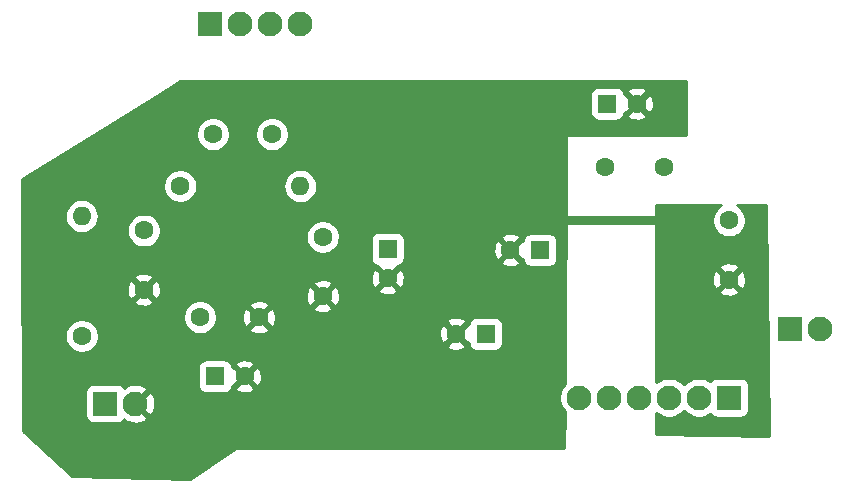
<source format=gbl>
G04 #@! TF.GenerationSoftware,KiCad,Pcbnew,(5.1.2)-1*
G04 #@! TF.CreationDate,2019-12-18T16:16:50-05:00*
G04 #@! TF.ProjectId,adcBoard,61646342-6f61-4726-942e-6b696361645f,rev?*
G04 #@! TF.SameCoordinates,Original*
G04 #@! TF.FileFunction,Copper,L2,Bot*
G04 #@! TF.FilePolarity,Positive*
%FSLAX46Y46*%
G04 Gerber Fmt 4.6, Leading zero omitted, Abs format (unit mm)*
G04 Created by KiCad (PCBNEW (5.1.2)-1) date 2019-12-18 16:16:50*
%MOMM*%
%LPD*%
G04 APERTURE LIST*
%ADD10R,1.600000X1.600000*%
%ADD11C,1.600000*%
%ADD12R,2.100000X2.100000*%
%ADD13C,2.100000*%
%ADD14O,1.600000X1.600000*%
%ADD15C,0.800000*%
%ADD16C,0.800000*%
%ADD17C,0.254000*%
G04 APERTURE END LIST*
D10*
X97900000Y-108300000D03*
D11*
X97900000Y-110800000D03*
X92400000Y-107300000D03*
X92400000Y-112300000D03*
X77250000Y-111750000D03*
X77250000Y-106750000D03*
X85800000Y-119100000D03*
D10*
X83300000Y-119100000D03*
D11*
X87000000Y-114100000D03*
X82000000Y-114100000D03*
X83100000Y-98600000D03*
X88100000Y-98600000D03*
X108300000Y-108400000D03*
D10*
X110800000Y-108400000D03*
X106200000Y-115500000D03*
D11*
X103700000Y-115500000D03*
X126800000Y-105900000D03*
X126800000Y-110900000D03*
X121300000Y-101400000D03*
X116300000Y-101400000D03*
D10*
X116500000Y-96000000D03*
D11*
X119000000Y-96000000D03*
D12*
X74000000Y-121400000D03*
D13*
X76540000Y-121400000D03*
X114100000Y-120900000D03*
X116640000Y-120900000D03*
X119180000Y-120900000D03*
X121720000Y-120900000D03*
X124260000Y-120900000D03*
D12*
X126800000Y-120900000D03*
D14*
X72000000Y-105540000D03*
D11*
X72000000Y-115700000D03*
X80340000Y-103000000D03*
D14*
X90500000Y-103000000D03*
D12*
X132000000Y-115100000D03*
D13*
X134540000Y-115100000D03*
D12*
X82900000Y-89300000D03*
D13*
X85440000Y-89300000D03*
X87980000Y-89300000D03*
X90520000Y-89300000D03*
D15*
X89400000Y-119100000D03*
X110600000Y-104500000D03*
X100900000Y-115500000D03*
X97900000Y-113600000D03*
X70600000Y-121400000D03*
X126800000Y-113900000D03*
X128100000Y-115700000D03*
X122800000Y-107000000D03*
X122300000Y-96000000D03*
D16*
X112400000Y-105900000D02*
X122100000Y-105900000D01*
D17*
G36*
X126120273Y-104628320D02*
G01*
X125885241Y-104785363D01*
X125685363Y-104985241D01*
X125528320Y-105220273D01*
X125420147Y-105481426D01*
X125365000Y-105758665D01*
X125365000Y-106041335D01*
X125420147Y-106318574D01*
X125528320Y-106579727D01*
X125685363Y-106814759D01*
X125885241Y-107014637D01*
X126120273Y-107171680D01*
X126381426Y-107279853D01*
X126658665Y-107335000D01*
X126941335Y-107335000D01*
X127218574Y-107279853D01*
X127479727Y-107171680D01*
X127714759Y-107014637D01*
X127914637Y-106814759D01*
X128071680Y-106579727D01*
X128179853Y-106318574D01*
X128235000Y-106041335D01*
X128235000Y-105758665D01*
X128179853Y-105481426D01*
X128071680Y-105220273D01*
X127914637Y-104985241D01*
X127714759Y-104785363D01*
X127479727Y-104628320D01*
X127476540Y-104627000D01*
X129974276Y-104627000D01*
X130171683Y-124170354D01*
X120627000Y-123975565D01*
X120627000Y-122189950D01*
X120645875Y-122208825D01*
X120921853Y-122393228D01*
X121228504Y-122520246D01*
X121554042Y-122585000D01*
X121885958Y-122585000D01*
X122211496Y-122520246D01*
X122518147Y-122393228D01*
X122794125Y-122208825D01*
X122990000Y-122012950D01*
X123185875Y-122208825D01*
X123461853Y-122393228D01*
X123768504Y-122520246D01*
X124094042Y-122585000D01*
X124425958Y-122585000D01*
X124751496Y-122520246D01*
X125058147Y-122393228D01*
X125211958Y-122290454D01*
X125219463Y-122304494D01*
X125298815Y-122401185D01*
X125395506Y-122480537D01*
X125505820Y-122539502D01*
X125625518Y-122575812D01*
X125750000Y-122588072D01*
X127850000Y-122588072D01*
X127974482Y-122575812D01*
X128094180Y-122539502D01*
X128204494Y-122480537D01*
X128301185Y-122401185D01*
X128380537Y-122304494D01*
X128439502Y-122194180D01*
X128475812Y-122074482D01*
X128488072Y-121950000D01*
X128488072Y-119850000D01*
X128475812Y-119725518D01*
X128439502Y-119605820D01*
X128380537Y-119495506D01*
X128301185Y-119398815D01*
X128204494Y-119319463D01*
X128094180Y-119260498D01*
X127974482Y-119224188D01*
X127850000Y-119211928D01*
X125750000Y-119211928D01*
X125625518Y-119224188D01*
X125505820Y-119260498D01*
X125395506Y-119319463D01*
X125298815Y-119398815D01*
X125219463Y-119495506D01*
X125211958Y-119509546D01*
X125058147Y-119406772D01*
X124751496Y-119279754D01*
X124425958Y-119215000D01*
X124094042Y-119215000D01*
X123768504Y-119279754D01*
X123461853Y-119406772D01*
X123185875Y-119591175D01*
X122990000Y-119787050D01*
X122794125Y-119591175D01*
X122518147Y-119406772D01*
X122211496Y-119279754D01*
X121885958Y-119215000D01*
X121554042Y-119215000D01*
X121228504Y-119279754D01*
X120921853Y-119406772D01*
X120645875Y-119591175D01*
X120627000Y-119610050D01*
X120627000Y-111892702D01*
X125986903Y-111892702D01*
X126058486Y-112136671D01*
X126313996Y-112257571D01*
X126588184Y-112326300D01*
X126870512Y-112340217D01*
X127150130Y-112298787D01*
X127416292Y-112203603D01*
X127541514Y-112136671D01*
X127613097Y-111892702D01*
X126800000Y-111079605D01*
X125986903Y-111892702D01*
X120627000Y-111892702D01*
X120627000Y-110970512D01*
X125359783Y-110970512D01*
X125401213Y-111250130D01*
X125496397Y-111516292D01*
X125563329Y-111641514D01*
X125807298Y-111713097D01*
X126620395Y-110900000D01*
X126979605Y-110900000D01*
X127792702Y-111713097D01*
X128036671Y-111641514D01*
X128157571Y-111386004D01*
X128226300Y-111111816D01*
X128240217Y-110829488D01*
X128198787Y-110549870D01*
X128103603Y-110283708D01*
X128036671Y-110158486D01*
X127792702Y-110086903D01*
X126979605Y-110900000D01*
X126620395Y-110900000D01*
X125807298Y-110086903D01*
X125563329Y-110158486D01*
X125442429Y-110413996D01*
X125373700Y-110688184D01*
X125359783Y-110970512D01*
X120627000Y-110970512D01*
X120627000Y-109907298D01*
X125986903Y-109907298D01*
X126800000Y-110720395D01*
X127613097Y-109907298D01*
X127541514Y-109663329D01*
X127286004Y-109542429D01*
X127011816Y-109473700D01*
X126729488Y-109459783D01*
X126449870Y-109501213D01*
X126183708Y-109596397D01*
X126058486Y-109663329D01*
X125986903Y-109907298D01*
X120627000Y-109907298D01*
X120627000Y-104627000D01*
X126123460Y-104627000D01*
X126120273Y-104628320D01*
X126120273Y-104628320D01*
G37*
X126120273Y-104628320D02*
X125885241Y-104785363D01*
X125685363Y-104985241D01*
X125528320Y-105220273D01*
X125420147Y-105481426D01*
X125365000Y-105758665D01*
X125365000Y-106041335D01*
X125420147Y-106318574D01*
X125528320Y-106579727D01*
X125685363Y-106814759D01*
X125885241Y-107014637D01*
X126120273Y-107171680D01*
X126381426Y-107279853D01*
X126658665Y-107335000D01*
X126941335Y-107335000D01*
X127218574Y-107279853D01*
X127479727Y-107171680D01*
X127714759Y-107014637D01*
X127914637Y-106814759D01*
X128071680Y-106579727D01*
X128179853Y-106318574D01*
X128235000Y-106041335D01*
X128235000Y-105758665D01*
X128179853Y-105481426D01*
X128071680Y-105220273D01*
X127914637Y-104985241D01*
X127714759Y-104785363D01*
X127479727Y-104628320D01*
X127476540Y-104627000D01*
X129974276Y-104627000D01*
X130171683Y-124170354D01*
X120627000Y-123975565D01*
X120627000Y-122189950D01*
X120645875Y-122208825D01*
X120921853Y-122393228D01*
X121228504Y-122520246D01*
X121554042Y-122585000D01*
X121885958Y-122585000D01*
X122211496Y-122520246D01*
X122518147Y-122393228D01*
X122794125Y-122208825D01*
X122990000Y-122012950D01*
X123185875Y-122208825D01*
X123461853Y-122393228D01*
X123768504Y-122520246D01*
X124094042Y-122585000D01*
X124425958Y-122585000D01*
X124751496Y-122520246D01*
X125058147Y-122393228D01*
X125211958Y-122290454D01*
X125219463Y-122304494D01*
X125298815Y-122401185D01*
X125395506Y-122480537D01*
X125505820Y-122539502D01*
X125625518Y-122575812D01*
X125750000Y-122588072D01*
X127850000Y-122588072D01*
X127974482Y-122575812D01*
X128094180Y-122539502D01*
X128204494Y-122480537D01*
X128301185Y-122401185D01*
X128380537Y-122304494D01*
X128439502Y-122194180D01*
X128475812Y-122074482D01*
X128488072Y-121950000D01*
X128488072Y-119850000D01*
X128475812Y-119725518D01*
X128439502Y-119605820D01*
X128380537Y-119495506D01*
X128301185Y-119398815D01*
X128204494Y-119319463D01*
X128094180Y-119260498D01*
X127974482Y-119224188D01*
X127850000Y-119211928D01*
X125750000Y-119211928D01*
X125625518Y-119224188D01*
X125505820Y-119260498D01*
X125395506Y-119319463D01*
X125298815Y-119398815D01*
X125219463Y-119495506D01*
X125211958Y-119509546D01*
X125058147Y-119406772D01*
X124751496Y-119279754D01*
X124425958Y-119215000D01*
X124094042Y-119215000D01*
X123768504Y-119279754D01*
X123461853Y-119406772D01*
X123185875Y-119591175D01*
X122990000Y-119787050D01*
X122794125Y-119591175D01*
X122518147Y-119406772D01*
X122211496Y-119279754D01*
X121885958Y-119215000D01*
X121554042Y-119215000D01*
X121228504Y-119279754D01*
X120921853Y-119406772D01*
X120645875Y-119591175D01*
X120627000Y-119610050D01*
X120627000Y-111892702D01*
X125986903Y-111892702D01*
X126058486Y-112136671D01*
X126313996Y-112257571D01*
X126588184Y-112326300D01*
X126870512Y-112340217D01*
X127150130Y-112298787D01*
X127416292Y-112203603D01*
X127541514Y-112136671D01*
X127613097Y-111892702D01*
X126800000Y-111079605D01*
X125986903Y-111892702D01*
X120627000Y-111892702D01*
X120627000Y-110970512D01*
X125359783Y-110970512D01*
X125401213Y-111250130D01*
X125496397Y-111516292D01*
X125563329Y-111641514D01*
X125807298Y-111713097D01*
X126620395Y-110900000D01*
X126979605Y-110900000D01*
X127792702Y-111713097D01*
X128036671Y-111641514D01*
X128157571Y-111386004D01*
X128226300Y-111111816D01*
X128240217Y-110829488D01*
X128198787Y-110549870D01*
X128103603Y-110283708D01*
X128036671Y-110158486D01*
X127792702Y-110086903D01*
X126979605Y-110900000D01*
X126620395Y-110900000D01*
X125807298Y-110086903D01*
X125563329Y-110158486D01*
X125442429Y-110413996D01*
X125373700Y-110688184D01*
X125359783Y-110970512D01*
X120627000Y-110970512D01*
X120627000Y-109907298D01*
X125986903Y-109907298D01*
X126800000Y-110720395D01*
X127613097Y-109907298D01*
X127541514Y-109663329D01*
X127286004Y-109542429D01*
X127011816Y-109473700D01*
X126729488Y-109459783D01*
X126449870Y-109501213D01*
X126183708Y-109596397D01*
X126058486Y-109663329D01*
X125986903Y-109907298D01*
X120627000Y-109907298D01*
X120627000Y-104627000D01*
X126123460Y-104627000D01*
X126120273Y-104628320D01*
G36*
X123173000Y-98673000D02*
G01*
X113100000Y-98673000D01*
X113075224Y-98675440D01*
X113051399Y-98682667D01*
X113029443Y-98694403D01*
X113010197Y-98710197D01*
X112994403Y-98729443D01*
X112982667Y-98751399D01*
X112975440Y-98775224D01*
X112973001Y-98799521D01*
X112894044Y-119723006D01*
X112791175Y-119825875D01*
X112606772Y-120101853D01*
X112479754Y-120408504D01*
X112415000Y-120734042D01*
X112415000Y-121065958D01*
X112479754Y-121391496D01*
X112606772Y-121698147D01*
X112791175Y-121974125D01*
X112885194Y-122068144D01*
X112873478Y-125173000D01*
X85100000Y-125173000D01*
X85075224Y-125175440D01*
X85051399Y-125182667D01*
X85029553Y-125194330D01*
X81162693Y-127772236D01*
X71150931Y-127573984D01*
X67026743Y-123744381D01*
X67010956Y-120350000D01*
X72311928Y-120350000D01*
X72311928Y-122450000D01*
X72324188Y-122574482D01*
X72360498Y-122694180D01*
X72419463Y-122804494D01*
X72498815Y-122901185D01*
X72595506Y-122980537D01*
X72705820Y-123039502D01*
X72825518Y-123075812D01*
X72950000Y-123088072D01*
X75050000Y-123088072D01*
X75174482Y-123075812D01*
X75294180Y-123039502D01*
X75404494Y-122980537D01*
X75501185Y-122901185D01*
X75580537Y-122804494D01*
X75613451Y-122742918D01*
X75650339Y-122840579D01*
X75948477Y-122986463D01*
X76269346Y-123071380D01*
X76600617Y-123092066D01*
X76929557Y-123047728D01*
X77243527Y-122940069D01*
X77429661Y-122840579D01*
X77531461Y-122571066D01*
X76540000Y-121579605D01*
X76525858Y-121593748D01*
X76346253Y-121414143D01*
X76360395Y-121400000D01*
X76719605Y-121400000D01*
X77711066Y-122391461D01*
X77980579Y-122289661D01*
X78126463Y-121991523D01*
X78211380Y-121670654D01*
X78232066Y-121339383D01*
X78187728Y-121010443D01*
X78080069Y-120696473D01*
X77980579Y-120510339D01*
X77711066Y-120408539D01*
X76719605Y-121400000D01*
X76360395Y-121400000D01*
X76346253Y-121385858D01*
X76525858Y-121206253D01*
X76540000Y-121220395D01*
X77531461Y-120228934D01*
X77429661Y-119959421D01*
X77131523Y-119813537D01*
X76810654Y-119728620D01*
X76479383Y-119707934D01*
X76150443Y-119752272D01*
X75836473Y-119859931D01*
X75650339Y-119959421D01*
X75613451Y-120057082D01*
X75580537Y-119995506D01*
X75501185Y-119898815D01*
X75404494Y-119819463D01*
X75294180Y-119760498D01*
X75174482Y-119724188D01*
X75050000Y-119711928D01*
X72950000Y-119711928D01*
X72825518Y-119724188D01*
X72705820Y-119760498D01*
X72595506Y-119819463D01*
X72498815Y-119898815D01*
X72419463Y-119995506D01*
X72360498Y-120105820D01*
X72324188Y-120225518D01*
X72311928Y-120350000D01*
X67010956Y-120350000D01*
X67001422Y-118300000D01*
X81861928Y-118300000D01*
X81861928Y-119900000D01*
X81874188Y-120024482D01*
X81910498Y-120144180D01*
X81969463Y-120254494D01*
X82048815Y-120351185D01*
X82145506Y-120430537D01*
X82255820Y-120489502D01*
X82375518Y-120525812D01*
X82500000Y-120538072D01*
X84100000Y-120538072D01*
X84224482Y-120525812D01*
X84344180Y-120489502D01*
X84454494Y-120430537D01*
X84551185Y-120351185D01*
X84630537Y-120254494D01*
X84689502Y-120144180D01*
X84705117Y-120092702D01*
X84986903Y-120092702D01*
X85058486Y-120336671D01*
X85313996Y-120457571D01*
X85588184Y-120526300D01*
X85870512Y-120540217D01*
X86150130Y-120498787D01*
X86416292Y-120403603D01*
X86541514Y-120336671D01*
X86613097Y-120092702D01*
X85800000Y-119279605D01*
X84986903Y-120092702D01*
X84705117Y-120092702D01*
X84725812Y-120024482D01*
X84738072Y-119900000D01*
X84738072Y-119892785D01*
X84807298Y-119913097D01*
X85620395Y-119100000D01*
X85979605Y-119100000D01*
X86792702Y-119913097D01*
X87036671Y-119841514D01*
X87157571Y-119586004D01*
X87226300Y-119311816D01*
X87240217Y-119029488D01*
X87198787Y-118749870D01*
X87103603Y-118483708D01*
X87036671Y-118358486D01*
X86792702Y-118286903D01*
X85979605Y-119100000D01*
X85620395Y-119100000D01*
X84807298Y-118286903D01*
X84738072Y-118307215D01*
X84738072Y-118300000D01*
X84725812Y-118175518D01*
X84705118Y-118107298D01*
X84986903Y-118107298D01*
X85800000Y-118920395D01*
X86613097Y-118107298D01*
X86541514Y-117863329D01*
X86286004Y-117742429D01*
X86011816Y-117673700D01*
X85729488Y-117659783D01*
X85449870Y-117701213D01*
X85183708Y-117796397D01*
X85058486Y-117863329D01*
X84986903Y-118107298D01*
X84705118Y-118107298D01*
X84689502Y-118055820D01*
X84630537Y-117945506D01*
X84551185Y-117848815D01*
X84454494Y-117769463D01*
X84344180Y-117710498D01*
X84224482Y-117674188D01*
X84100000Y-117661928D01*
X82500000Y-117661928D01*
X82375518Y-117674188D01*
X82255820Y-117710498D01*
X82145506Y-117769463D01*
X82048815Y-117848815D01*
X81969463Y-117945506D01*
X81910498Y-118055820D01*
X81874188Y-118175518D01*
X81861928Y-118300000D01*
X67001422Y-118300000D01*
X66988671Y-115558665D01*
X70565000Y-115558665D01*
X70565000Y-115841335D01*
X70620147Y-116118574D01*
X70728320Y-116379727D01*
X70885363Y-116614759D01*
X71085241Y-116814637D01*
X71320273Y-116971680D01*
X71581426Y-117079853D01*
X71858665Y-117135000D01*
X72141335Y-117135000D01*
X72418574Y-117079853D01*
X72679727Y-116971680D01*
X72914759Y-116814637D01*
X73114637Y-116614759D01*
X73196192Y-116492702D01*
X102886903Y-116492702D01*
X102958486Y-116736671D01*
X103213996Y-116857571D01*
X103488184Y-116926300D01*
X103770512Y-116940217D01*
X104050130Y-116898787D01*
X104316292Y-116803603D01*
X104441514Y-116736671D01*
X104513097Y-116492702D01*
X103700000Y-115679605D01*
X102886903Y-116492702D01*
X73196192Y-116492702D01*
X73271680Y-116379727D01*
X73379853Y-116118574D01*
X73435000Y-115841335D01*
X73435000Y-115570512D01*
X102259783Y-115570512D01*
X102301213Y-115850130D01*
X102396397Y-116116292D01*
X102463329Y-116241514D01*
X102707298Y-116313097D01*
X103520395Y-115500000D01*
X103879605Y-115500000D01*
X104692702Y-116313097D01*
X104761928Y-116292785D01*
X104761928Y-116300000D01*
X104774188Y-116424482D01*
X104810498Y-116544180D01*
X104869463Y-116654494D01*
X104948815Y-116751185D01*
X105045506Y-116830537D01*
X105155820Y-116889502D01*
X105275518Y-116925812D01*
X105400000Y-116938072D01*
X107000000Y-116938072D01*
X107124482Y-116925812D01*
X107244180Y-116889502D01*
X107354494Y-116830537D01*
X107451185Y-116751185D01*
X107530537Y-116654494D01*
X107589502Y-116544180D01*
X107625812Y-116424482D01*
X107638072Y-116300000D01*
X107638072Y-114700000D01*
X107625812Y-114575518D01*
X107589502Y-114455820D01*
X107530537Y-114345506D01*
X107451185Y-114248815D01*
X107354494Y-114169463D01*
X107244180Y-114110498D01*
X107124482Y-114074188D01*
X107000000Y-114061928D01*
X105400000Y-114061928D01*
X105275518Y-114074188D01*
X105155820Y-114110498D01*
X105045506Y-114169463D01*
X104948815Y-114248815D01*
X104869463Y-114345506D01*
X104810498Y-114455820D01*
X104774188Y-114575518D01*
X104761928Y-114700000D01*
X104761928Y-114707215D01*
X104692702Y-114686903D01*
X103879605Y-115500000D01*
X103520395Y-115500000D01*
X102707298Y-114686903D01*
X102463329Y-114758486D01*
X102342429Y-115013996D01*
X102273700Y-115288184D01*
X102259783Y-115570512D01*
X73435000Y-115570512D01*
X73435000Y-115558665D01*
X73379853Y-115281426D01*
X73271680Y-115020273D01*
X73114637Y-114785241D01*
X72914759Y-114585363D01*
X72679727Y-114428320D01*
X72418574Y-114320147D01*
X72141335Y-114265000D01*
X71858665Y-114265000D01*
X71581426Y-114320147D01*
X71320273Y-114428320D01*
X71085241Y-114585363D01*
X70885363Y-114785241D01*
X70728320Y-115020273D01*
X70620147Y-115281426D01*
X70565000Y-115558665D01*
X66988671Y-115558665D01*
X66981230Y-113958665D01*
X80565000Y-113958665D01*
X80565000Y-114241335D01*
X80620147Y-114518574D01*
X80728320Y-114779727D01*
X80885363Y-115014759D01*
X81085241Y-115214637D01*
X81320273Y-115371680D01*
X81581426Y-115479853D01*
X81858665Y-115535000D01*
X82141335Y-115535000D01*
X82418574Y-115479853D01*
X82679727Y-115371680D01*
X82914759Y-115214637D01*
X83036694Y-115092702D01*
X86186903Y-115092702D01*
X86258486Y-115336671D01*
X86513996Y-115457571D01*
X86788184Y-115526300D01*
X87070512Y-115540217D01*
X87350130Y-115498787D01*
X87616292Y-115403603D01*
X87741514Y-115336671D01*
X87813097Y-115092702D01*
X87000000Y-114279605D01*
X86186903Y-115092702D01*
X83036694Y-115092702D01*
X83114637Y-115014759D01*
X83271680Y-114779727D01*
X83379853Y-114518574D01*
X83435000Y-114241335D01*
X83435000Y-114170512D01*
X85559783Y-114170512D01*
X85601213Y-114450130D01*
X85696397Y-114716292D01*
X85763329Y-114841514D01*
X86007298Y-114913097D01*
X86820395Y-114100000D01*
X87179605Y-114100000D01*
X87992702Y-114913097D01*
X88236671Y-114841514D01*
X88357571Y-114586004D01*
X88377299Y-114507298D01*
X102886903Y-114507298D01*
X103700000Y-115320395D01*
X104513097Y-114507298D01*
X104441514Y-114263329D01*
X104186004Y-114142429D01*
X103911816Y-114073700D01*
X103629488Y-114059783D01*
X103349870Y-114101213D01*
X103083708Y-114196397D01*
X102958486Y-114263329D01*
X102886903Y-114507298D01*
X88377299Y-114507298D01*
X88426300Y-114311816D01*
X88440217Y-114029488D01*
X88398787Y-113749870D01*
X88303603Y-113483708D01*
X88236671Y-113358486D01*
X88012467Y-113292702D01*
X91586903Y-113292702D01*
X91658486Y-113536671D01*
X91913996Y-113657571D01*
X92188184Y-113726300D01*
X92470512Y-113740217D01*
X92750130Y-113698787D01*
X93016292Y-113603603D01*
X93141514Y-113536671D01*
X93213097Y-113292702D01*
X92400000Y-112479605D01*
X91586903Y-113292702D01*
X88012467Y-113292702D01*
X87992702Y-113286903D01*
X87179605Y-114100000D01*
X86820395Y-114100000D01*
X86007298Y-113286903D01*
X85763329Y-113358486D01*
X85642429Y-113613996D01*
X85573700Y-113888184D01*
X85559783Y-114170512D01*
X83435000Y-114170512D01*
X83435000Y-113958665D01*
X83379853Y-113681426D01*
X83271680Y-113420273D01*
X83114637Y-113185241D01*
X83036694Y-113107298D01*
X86186903Y-113107298D01*
X87000000Y-113920395D01*
X87813097Y-113107298D01*
X87741514Y-112863329D01*
X87486004Y-112742429D01*
X87211816Y-112673700D01*
X86929488Y-112659783D01*
X86649870Y-112701213D01*
X86383708Y-112796397D01*
X86258486Y-112863329D01*
X86186903Y-113107298D01*
X83036694Y-113107298D01*
X82914759Y-112985363D01*
X82679727Y-112828320D01*
X82418574Y-112720147D01*
X82141335Y-112665000D01*
X81858665Y-112665000D01*
X81581426Y-112720147D01*
X81320273Y-112828320D01*
X81085241Y-112985363D01*
X80885363Y-113185241D01*
X80728320Y-113420273D01*
X80620147Y-113681426D01*
X80565000Y-113958665D01*
X66981230Y-113958665D01*
X66975575Y-112742702D01*
X76436903Y-112742702D01*
X76508486Y-112986671D01*
X76763996Y-113107571D01*
X77038184Y-113176300D01*
X77320512Y-113190217D01*
X77600130Y-113148787D01*
X77866292Y-113053603D01*
X77991514Y-112986671D01*
X78063097Y-112742702D01*
X77250000Y-111929605D01*
X76436903Y-112742702D01*
X66975575Y-112742702D01*
X66971285Y-111820512D01*
X75809783Y-111820512D01*
X75851213Y-112100130D01*
X75946397Y-112366292D01*
X76013329Y-112491514D01*
X76257298Y-112563097D01*
X77070395Y-111750000D01*
X77429605Y-111750000D01*
X78242702Y-112563097D01*
X78486671Y-112491514D01*
X78543925Y-112370512D01*
X90959783Y-112370512D01*
X91001213Y-112650130D01*
X91096397Y-112916292D01*
X91163329Y-113041514D01*
X91407298Y-113113097D01*
X92220395Y-112300000D01*
X92579605Y-112300000D01*
X93392702Y-113113097D01*
X93636671Y-113041514D01*
X93757571Y-112786004D01*
X93826300Y-112511816D01*
X93840217Y-112229488D01*
X93798787Y-111949870D01*
X93742582Y-111792702D01*
X97086903Y-111792702D01*
X97158486Y-112036671D01*
X97413996Y-112157571D01*
X97688184Y-112226300D01*
X97970512Y-112240217D01*
X98250130Y-112198787D01*
X98516292Y-112103603D01*
X98641514Y-112036671D01*
X98713097Y-111792702D01*
X97900000Y-110979605D01*
X97086903Y-111792702D01*
X93742582Y-111792702D01*
X93703603Y-111683708D01*
X93636671Y-111558486D01*
X93392702Y-111486903D01*
X92579605Y-112300000D01*
X92220395Y-112300000D01*
X91407298Y-111486903D01*
X91163329Y-111558486D01*
X91042429Y-111813996D01*
X90973700Y-112088184D01*
X90959783Y-112370512D01*
X78543925Y-112370512D01*
X78607571Y-112236004D01*
X78676300Y-111961816D01*
X78690217Y-111679488D01*
X78648787Y-111399870D01*
X78615682Y-111307298D01*
X91586903Y-111307298D01*
X92400000Y-112120395D01*
X93213097Y-111307298D01*
X93141514Y-111063329D01*
X92886004Y-110942429D01*
X92611816Y-110873700D01*
X92547143Y-110870512D01*
X96459783Y-110870512D01*
X96501213Y-111150130D01*
X96596397Y-111416292D01*
X96663329Y-111541514D01*
X96907298Y-111613097D01*
X97720395Y-110800000D01*
X98079605Y-110800000D01*
X98892702Y-111613097D01*
X99136671Y-111541514D01*
X99257571Y-111286004D01*
X99326300Y-111011816D01*
X99340217Y-110729488D01*
X99298787Y-110449870D01*
X99203603Y-110183708D01*
X99136671Y-110058486D01*
X98892702Y-109986903D01*
X98079605Y-110800000D01*
X97720395Y-110800000D01*
X96907298Y-109986903D01*
X96663329Y-110058486D01*
X96542429Y-110313996D01*
X96473700Y-110588184D01*
X96459783Y-110870512D01*
X92547143Y-110870512D01*
X92329488Y-110859783D01*
X92049870Y-110901213D01*
X91783708Y-110996397D01*
X91658486Y-111063329D01*
X91586903Y-111307298D01*
X78615682Y-111307298D01*
X78553603Y-111133708D01*
X78486671Y-111008486D01*
X78242702Y-110936903D01*
X77429605Y-111750000D01*
X77070395Y-111750000D01*
X76257298Y-110936903D01*
X76013329Y-111008486D01*
X75892429Y-111263996D01*
X75823700Y-111538184D01*
X75809783Y-111820512D01*
X66971285Y-111820512D01*
X66966340Y-110757298D01*
X76436903Y-110757298D01*
X77250000Y-111570395D01*
X78063097Y-110757298D01*
X77991514Y-110513329D01*
X77736004Y-110392429D01*
X77461816Y-110323700D01*
X77179488Y-110309783D01*
X76899870Y-110351213D01*
X76633708Y-110446397D01*
X76508486Y-110513329D01*
X76436903Y-110757298D01*
X66966340Y-110757298D01*
X66942072Y-105540000D01*
X70558057Y-105540000D01*
X70585764Y-105821309D01*
X70667818Y-106091808D01*
X70801068Y-106341101D01*
X70980392Y-106559608D01*
X71198899Y-106738932D01*
X71448192Y-106872182D01*
X71718691Y-106954236D01*
X71929508Y-106975000D01*
X72070492Y-106975000D01*
X72281309Y-106954236D01*
X72551808Y-106872182D01*
X72801101Y-106738932D01*
X72959831Y-106608665D01*
X75815000Y-106608665D01*
X75815000Y-106891335D01*
X75870147Y-107168574D01*
X75978320Y-107429727D01*
X76135363Y-107664759D01*
X76335241Y-107864637D01*
X76570273Y-108021680D01*
X76831426Y-108129853D01*
X77108665Y-108185000D01*
X77391335Y-108185000D01*
X77668574Y-108129853D01*
X77929727Y-108021680D01*
X78164759Y-107864637D01*
X78364637Y-107664759D01*
X78521680Y-107429727D01*
X78629853Y-107168574D01*
X78631824Y-107158665D01*
X90965000Y-107158665D01*
X90965000Y-107441335D01*
X91020147Y-107718574D01*
X91128320Y-107979727D01*
X91285363Y-108214759D01*
X91485241Y-108414637D01*
X91720273Y-108571680D01*
X91981426Y-108679853D01*
X92258665Y-108735000D01*
X92541335Y-108735000D01*
X92818574Y-108679853D01*
X93079727Y-108571680D01*
X93314759Y-108414637D01*
X93514637Y-108214759D01*
X93671680Y-107979727D01*
X93779853Y-107718574D01*
X93823330Y-107500000D01*
X96461928Y-107500000D01*
X96461928Y-109100000D01*
X96474188Y-109224482D01*
X96510498Y-109344180D01*
X96569463Y-109454494D01*
X96648815Y-109551185D01*
X96745506Y-109630537D01*
X96855820Y-109689502D01*
X96975518Y-109725812D01*
X97100000Y-109738072D01*
X97107215Y-109738072D01*
X97086903Y-109807298D01*
X97900000Y-110620395D01*
X98713097Y-109807298D01*
X98692785Y-109738072D01*
X98700000Y-109738072D01*
X98824482Y-109725812D01*
X98944180Y-109689502D01*
X99054494Y-109630537D01*
X99151185Y-109551185D01*
X99230537Y-109454494D01*
X99263566Y-109392702D01*
X107486903Y-109392702D01*
X107558486Y-109636671D01*
X107813996Y-109757571D01*
X108088184Y-109826300D01*
X108370512Y-109840217D01*
X108650130Y-109798787D01*
X108916292Y-109703603D01*
X109041514Y-109636671D01*
X109113097Y-109392702D01*
X108300000Y-108579605D01*
X107486903Y-109392702D01*
X99263566Y-109392702D01*
X99289502Y-109344180D01*
X99325812Y-109224482D01*
X99338072Y-109100000D01*
X99338072Y-108470512D01*
X106859783Y-108470512D01*
X106901213Y-108750130D01*
X106996397Y-109016292D01*
X107063329Y-109141514D01*
X107307298Y-109213097D01*
X108120395Y-108400000D01*
X108479605Y-108400000D01*
X109292702Y-109213097D01*
X109361928Y-109192785D01*
X109361928Y-109200000D01*
X109374188Y-109324482D01*
X109410498Y-109444180D01*
X109469463Y-109554494D01*
X109548815Y-109651185D01*
X109645506Y-109730537D01*
X109755820Y-109789502D01*
X109875518Y-109825812D01*
X110000000Y-109838072D01*
X111600000Y-109838072D01*
X111724482Y-109825812D01*
X111844180Y-109789502D01*
X111954494Y-109730537D01*
X112051185Y-109651185D01*
X112130537Y-109554494D01*
X112189502Y-109444180D01*
X112225812Y-109324482D01*
X112238072Y-109200000D01*
X112238072Y-107600000D01*
X112225812Y-107475518D01*
X112189502Y-107355820D01*
X112130537Y-107245506D01*
X112051185Y-107148815D01*
X111954494Y-107069463D01*
X111844180Y-107010498D01*
X111724482Y-106974188D01*
X111600000Y-106961928D01*
X110000000Y-106961928D01*
X109875518Y-106974188D01*
X109755820Y-107010498D01*
X109645506Y-107069463D01*
X109548815Y-107148815D01*
X109469463Y-107245506D01*
X109410498Y-107355820D01*
X109374188Y-107475518D01*
X109361928Y-107600000D01*
X109361928Y-107607215D01*
X109292702Y-107586903D01*
X108479605Y-108400000D01*
X108120395Y-108400000D01*
X107307298Y-107586903D01*
X107063329Y-107658486D01*
X106942429Y-107913996D01*
X106873700Y-108188184D01*
X106859783Y-108470512D01*
X99338072Y-108470512D01*
X99338072Y-107500000D01*
X99328942Y-107407298D01*
X107486903Y-107407298D01*
X108300000Y-108220395D01*
X109113097Y-107407298D01*
X109041514Y-107163329D01*
X108786004Y-107042429D01*
X108511816Y-106973700D01*
X108229488Y-106959783D01*
X107949870Y-107001213D01*
X107683708Y-107096397D01*
X107558486Y-107163329D01*
X107486903Y-107407298D01*
X99328942Y-107407298D01*
X99325812Y-107375518D01*
X99289502Y-107255820D01*
X99230537Y-107145506D01*
X99151185Y-107048815D01*
X99054494Y-106969463D01*
X98944180Y-106910498D01*
X98824482Y-106874188D01*
X98700000Y-106861928D01*
X97100000Y-106861928D01*
X96975518Y-106874188D01*
X96855820Y-106910498D01*
X96745506Y-106969463D01*
X96648815Y-107048815D01*
X96569463Y-107145506D01*
X96510498Y-107255820D01*
X96474188Y-107375518D01*
X96461928Y-107500000D01*
X93823330Y-107500000D01*
X93835000Y-107441335D01*
X93835000Y-107158665D01*
X93779853Y-106881426D01*
X93671680Y-106620273D01*
X93514637Y-106385241D01*
X93314759Y-106185363D01*
X93079727Y-106028320D01*
X92818574Y-105920147D01*
X92541335Y-105865000D01*
X92258665Y-105865000D01*
X91981426Y-105920147D01*
X91720273Y-106028320D01*
X91485241Y-106185363D01*
X91285363Y-106385241D01*
X91128320Y-106620273D01*
X91020147Y-106881426D01*
X90965000Y-107158665D01*
X78631824Y-107158665D01*
X78685000Y-106891335D01*
X78685000Y-106608665D01*
X78629853Y-106331426D01*
X78521680Y-106070273D01*
X78364637Y-105835241D01*
X78164759Y-105635363D01*
X77929727Y-105478320D01*
X77668574Y-105370147D01*
X77391335Y-105315000D01*
X77108665Y-105315000D01*
X76831426Y-105370147D01*
X76570273Y-105478320D01*
X76335241Y-105635363D01*
X76135363Y-105835241D01*
X75978320Y-106070273D01*
X75870147Y-106331426D01*
X75815000Y-106608665D01*
X72959831Y-106608665D01*
X73019608Y-106559608D01*
X73198932Y-106341101D01*
X73332182Y-106091808D01*
X73414236Y-105821309D01*
X73441943Y-105540000D01*
X73414236Y-105258691D01*
X73332182Y-104988192D01*
X73198932Y-104738899D01*
X73019608Y-104520392D01*
X72801101Y-104341068D01*
X72551808Y-104207818D01*
X72281309Y-104125764D01*
X72070492Y-104105000D01*
X71929508Y-104105000D01*
X71718691Y-104125764D01*
X71448192Y-104207818D01*
X71198899Y-104341068D01*
X70980392Y-104520392D01*
X70801068Y-104738899D01*
X70667818Y-104988192D01*
X70585764Y-105258691D01*
X70558057Y-105540000D01*
X66942072Y-105540000D01*
X66929601Y-102858665D01*
X78905000Y-102858665D01*
X78905000Y-103141335D01*
X78960147Y-103418574D01*
X79068320Y-103679727D01*
X79225363Y-103914759D01*
X79425241Y-104114637D01*
X79660273Y-104271680D01*
X79921426Y-104379853D01*
X80198665Y-104435000D01*
X80481335Y-104435000D01*
X80758574Y-104379853D01*
X81019727Y-104271680D01*
X81254759Y-104114637D01*
X81454637Y-103914759D01*
X81611680Y-103679727D01*
X81719853Y-103418574D01*
X81775000Y-103141335D01*
X81775000Y-103000000D01*
X89058057Y-103000000D01*
X89085764Y-103281309D01*
X89167818Y-103551808D01*
X89301068Y-103801101D01*
X89480392Y-104019608D01*
X89698899Y-104198932D01*
X89948192Y-104332182D01*
X90218691Y-104414236D01*
X90429508Y-104435000D01*
X90570492Y-104435000D01*
X90781309Y-104414236D01*
X91051808Y-104332182D01*
X91301101Y-104198932D01*
X91519608Y-104019608D01*
X91698932Y-103801101D01*
X91832182Y-103551808D01*
X91914236Y-103281309D01*
X91941943Y-103000000D01*
X91914236Y-102718691D01*
X91832182Y-102448192D01*
X91698932Y-102198899D01*
X91519608Y-101980392D01*
X91301101Y-101801068D01*
X91051808Y-101667818D01*
X90781309Y-101585764D01*
X90570492Y-101565000D01*
X90429508Y-101565000D01*
X90218691Y-101585764D01*
X89948192Y-101667818D01*
X89698899Y-101801068D01*
X89480392Y-101980392D01*
X89301068Y-102198899D01*
X89167818Y-102448192D01*
X89085764Y-102718691D01*
X89058057Y-103000000D01*
X81775000Y-103000000D01*
X81775000Y-102858665D01*
X81719853Y-102581426D01*
X81611680Y-102320273D01*
X81454637Y-102085241D01*
X81254759Y-101885363D01*
X81019727Y-101728320D01*
X80758574Y-101620147D01*
X80481335Y-101565000D01*
X80198665Y-101565000D01*
X79921426Y-101620147D01*
X79660273Y-101728320D01*
X79425241Y-101885363D01*
X79225363Y-102085241D01*
X79068320Y-102320273D01*
X78960147Y-102581426D01*
X78905000Y-102858665D01*
X66929601Y-102858665D01*
X66927331Y-102370798D01*
X73290438Y-98458665D01*
X81665000Y-98458665D01*
X81665000Y-98741335D01*
X81720147Y-99018574D01*
X81828320Y-99279727D01*
X81985363Y-99514759D01*
X82185241Y-99714637D01*
X82420273Y-99871680D01*
X82681426Y-99979853D01*
X82958665Y-100035000D01*
X83241335Y-100035000D01*
X83518574Y-99979853D01*
X83779727Y-99871680D01*
X84014759Y-99714637D01*
X84214637Y-99514759D01*
X84371680Y-99279727D01*
X84479853Y-99018574D01*
X84535000Y-98741335D01*
X84535000Y-98458665D01*
X86665000Y-98458665D01*
X86665000Y-98741335D01*
X86720147Y-99018574D01*
X86828320Y-99279727D01*
X86985363Y-99514759D01*
X87185241Y-99714637D01*
X87420273Y-99871680D01*
X87681426Y-99979853D01*
X87958665Y-100035000D01*
X88241335Y-100035000D01*
X88518574Y-99979853D01*
X88779727Y-99871680D01*
X89014759Y-99714637D01*
X89214637Y-99514759D01*
X89371680Y-99279727D01*
X89479853Y-99018574D01*
X89535000Y-98741335D01*
X89535000Y-98458665D01*
X89479853Y-98181426D01*
X89371680Y-97920273D01*
X89214637Y-97685241D01*
X89014759Y-97485363D01*
X88779727Y-97328320D01*
X88518574Y-97220147D01*
X88241335Y-97165000D01*
X87958665Y-97165000D01*
X87681426Y-97220147D01*
X87420273Y-97328320D01*
X87185241Y-97485363D01*
X86985363Y-97685241D01*
X86828320Y-97920273D01*
X86720147Y-98181426D01*
X86665000Y-98458665D01*
X84535000Y-98458665D01*
X84479853Y-98181426D01*
X84371680Y-97920273D01*
X84214637Y-97685241D01*
X84014759Y-97485363D01*
X83779727Y-97328320D01*
X83518574Y-97220147D01*
X83241335Y-97165000D01*
X82958665Y-97165000D01*
X82681426Y-97220147D01*
X82420273Y-97328320D01*
X82185241Y-97485363D01*
X81985363Y-97685241D01*
X81828320Y-97920273D01*
X81720147Y-98181426D01*
X81665000Y-98458665D01*
X73290438Y-98458665D01*
X78590676Y-95200000D01*
X115061928Y-95200000D01*
X115061928Y-96800000D01*
X115074188Y-96924482D01*
X115110498Y-97044180D01*
X115169463Y-97154494D01*
X115248815Y-97251185D01*
X115345506Y-97330537D01*
X115455820Y-97389502D01*
X115575518Y-97425812D01*
X115700000Y-97438072D01*
X117300000Y-97438072D01*
X117424482Y-97425812D01*
X117544180Y-97389502D01*
X117654494Y-97330537D01*
X117751185Y-97251185D01*
X117830537Y-97154494D01*
X117889502Y-97044180D01*
X117905117Y-96992702D01*
X118186903Y-96992702D01*
X118258486Y-97236671D01*
X118513996Y-97357571D01*
X118788184Y-97426300D01*
X119070512Y-97440217D01*
X119350130Y-97398787D01*
X119616292Y-97303603D01*
X119741514Y-97236671D01*
X119813097Y-96992702D01*
X119000000Y-96179605D01*
X118186903Y-96992702D01*
X117905117Y-96992702D01*
X117925812Y-96924482D01*
X117938072Y-96800000D01*
X117938072Y-96792785D01*
X118007298Y-96813097D01*
X118820395Y-96000000D01*
X119179605Y-96000000D01*
X119992702Y-96813097D01*
X120236671Y-96741514D01*
X120357571Y-96486004D01*
X120426300Y-96211816D01*
X120440217Y-95929488D01*
X120398787Y-95649870D01*
X120303603Y-95383708D01*
X120236671Y-95258486D01*
X119992702Y-95186903D01*
X119179605Y-96000000D01*
X118820395Y-96000000D01*
X118007298Y-95186903D01*
X117938072Y-95207215D01*
X117938072Y-95200000D01*
X117925812Y-95075518D01*
X117905118Y-95007298D01*
X118186903Y-95007298D01*
X119000000Y-95820395D01*
X119813097Y-95007298D01*
X119741514Y-94763329D01*
X119486004Y-94642429D01*
X119211816Y-94573700D01*
X118929488Y-94559783D01*
X118649870Y-94601213D01*
X118383708Y-94696397D01*
X118258486Y-94763329D01*
X118186903Y-95007298D01*
X117905118Y-95007298D01*
X117889502Y-94955820D01*
X117830537Y-94845506D01*
X117751185Y-94748815D01*
X117654494Y-94669463D01*
X117544180Y-94610498D01*
X117424482Y-94574188D01*
X117300000Y-94561928D01*
X115700000Y-94561928D01*
X115575518Y-94574188D01*
X115455820Y-94610498D01*
X115345506Y-94669463D01*
X115248815Y-94748815D01*
X115169463Y-94845506D01*
X115110498Y-94955820D01*
X115074188Y-95075518D01*
X115061928Y-95200000D01*
X78590676Y-95200000D01*
X80335918Y-94127000D01*
X123173000Y-94127000D01*
X123173000Y-98673000D01*
X123173000Y-98673000D01*
G37*
X123173000Y-98673000D02*
X113100000Y-98673000D01*
X113075224Y-98675440D01*
X113051399Y-98682667D01*
X113029443Y-98694403D01*
X113010197Y-98710197D01*
X112994403Y-98729443D01*
X112982667Y-98751399D01*
X112975440Y-98775224D01*
X112973001Y-98799521D01*
X112894044Y-119723006D01*
X112791175Y-119825875D01*
X112606772Y-120101853D01*
X112479754Y-120408504D01*
X112415000Y-120734042D01*
X112415000Y-121065958D01*
X112479754Y-121391496D01*
X112606772Y-121698147D01*
X112791175Y-121974125D01*
X112885194Y-122068144D01*
X112873478Y-125173000D01*
X85100000Y-125173000D01*
X85075224Y-125175440D01*
X85051399Y-125182667D01*
X85029553Y-125194330D01*
X81162693Y-127772236D01*
X71150931Y-127573984D01*
X67026743Y-123744381D01*
X67010956Y-120350000D01*
X72311928Y-120350000D01*
X72311928Y-122450000D01*
X72324188Y-122574482D01*
X72360498Y-122694180D01*
X72419463Y-122804494D01*
X72498815Y-122901185D01*
X72595506Y-122980537D01*
X72705820Y-123039502D01*
X72825518Y-123075812D01*
X72950000Y-123088072D01*
X75050000Y-123088072D01*
X75174482Y-123075812D01*
X75294180Y-123039502D01*
X75404494Y-122980537D01*
X75501185Y-122901185D01*
X75580537Y-122804494D01*
X75613451Y-122742918D01*
X75650339Y-122840579D01*
X75948477Y-122986463D01*
X76269346Y-123071380D01*
X76600617Y-123092066D01*
X76929557Y-123047728D01*
X77243527Y-122940069D01*
X77429661Y-122840579D01*
X77531461Y-122571066D01*
X76540000Y-121579605D01*
X76525858Y-121593748D01*
X76346253Y-121414143D01*
X76360395Y-121400000D01*
X76719605Y-121400000D01*
X77711066Y-122391461D01*
X77980579Y-122289661D01*
X78126463Y-121991523D01*
X78211380Y-121670654D01*
X78232066Y-121339383D01*
X78187728Y-121010443D01*
X78080069Y-120696473D01*
X77980579Y-120510339D01*
X77711066Y-120408539D01*
X76719605Y-121400000D01*
X76360395Y-121400000D01*
X76346253Y-121385858D01*
X76525858Y-121206253D01*
X76540000Y-121220395D01*
X77531461Y-120228934D01*
X77429661Y-119959421D01*
X77131523Y-119813537D01*
X76810654Y-119728620D01*
X76479383Y-119707934D01*
X76150443Y-119752272D01*
X75836473Y-119859931D01*
X75650339Y-119959421D01*
X75613451Y-120057082D01*
X75580537Y-119995506D01*
X75501185Y-119898815D01*
X75404494Y-119819463D01*
X75294180Y-119760498D01*
X75174482Y-119724188D01*
X75050000Y-119711928D01*
X72950000Y-119711928D01*
X72825518Y-119724188D01*
X72705820Y-119760498D01*
X72595506Y-119819463D01*
X72498815Y-119898815D01*
X72419463Y-119995506D01*
X72360498Y-120105820D01*
X72324188Y-120225518D01*
X72311928Y-120350000D01*
X67010956Y-120350000D01*
X67001422Y-118300000D01*
X81861928Y-118300000D01*
X81861928Y-119900000D01*
X81874188Y-120024482D01*
X81910498Y-120144180D01*
X81969463Y-120254494D01*
X82048815Y-120351185D01*
X82145506Y-120430537D01*
X82255820Y-120489502D01*
X82375518Y-120525812D01*
X82500000Y-120538072D01*
X84100000Y-120538072D01*
X84224482Y-120525812D01*
X84344180Y-120489502D01*
X84454494Y-120430537D01*
X84551185Y-120351185D01*
X84630537Y-120254494D01*
X84689502Y-120144180D01*
X84705117Y-120092702D01*
X84986903Y-120092702D01*
X85058486Y-120336671D01*
X85313996Y-120457571D01*
X85588184Y-120526300D01*
X85870512Y-120540217D01*
X86150130Y-120498787D01*
X86416292Y-120403603D01*
X86541514Y-120336671D01*
X86613097Y-120092702D01*
X85800000Y-119279605D01*
X84986903Y-120092702D01*
X84705117Y-120092702D01*
X84725812Y-120024482D01*
X84738072Y-119900000D01*
X84738072Y-119892785D01*
X84807298Y-119913097D01*
X85620395Y-119100000D01*
X85979605Y-119100000D01*
X86792702Y-119913097D01*
X87036671Y-119841514D01*
X87157571Y-119586004D01*
X87226300Y-119311816D01*
X87240217Y-119029488D01*
X87198787Y-118749870D01*
X87103603Y-118483708D01*
X87036671Y-118358486D01*
X86792702Y-118286903D01*
X85979605Y-119100000D01*
X85620395Y-119100000D01*
X84807298Y-118286903D01*
X84738072Y-118307215D01*
X84738072Y-118300000D01*
X84725812Y-118175518D01*
X84705118Y-118107298D01*
X84986903Y-118107298D01*
X85800000Y-118920395D01*
X86613097Y-118107298D01*
X86541514Y-117863329D01*
X86286004Y-117742429D01*
X86011816Y-117673700D01*
X85729488Y-117659783D01*
X85449870Y-117701213D01*
X85183708Y-117796397D01*
X85058486Y-117863329D01*
X84986903Y-118107298D01*
X84705118Y-118107298D01*
X84689502Y-118055820D01*
X84630537Y-117945506D01*
X84551185Y-117848815D01*
X84454494Y-117769463D01*
X84344180Y-117710498D01*
X84224482Y-117674188D01*
X84100000Y-117661928D01*
X82500000Y-117661928D01*
X82375518Y-117674188D01*
X82255820Y-117710498D01*
X82145506Y-117769463D01*
X82048815Y-117848815D01*
X81969463Y-117945506D01*
X81910498Y-118055820D01*
X81874188Y-118175518D01*
X81861928Y-118300000D01*
X67001422Y-118300000D01*
X66988671Y-115558665D01*
X70565000Y-115558665D01*
X70565000Y-115841335D01*
X70620147Y-116118574D01*
X70728320Y-116379727D01*
X70885363Y-116614759D01*
X71085241Y-116814637D01*
X71320273Y-116971680D01*
X71581426Y-117079853D01*
X71858665Y-117135000D01*
X72141335Y-117135000D01*
X72418574Y-117079853D01*
X72679727Y-116971680D01*
X72914759Y-116814637D01*
X73114637Y-116614759D01*
X73196192Y-116492702D01*
X102886903Y-116492702D01*
X102958486Y-116736671D01*
X103213996Y-116857571D01*
X103488184Y-116926300D01*
X103770512Y-116940217D01*
X104050130Y-116898787D01*
X104316292Y-116803603D01*
X104441514Y-116736671D01*
X104513097Y-116492702D01*
X103700000Y-115679605D01*
X102886903Y-116492702D01*
X73196192Y-116492702D01*
X73271680Y-116379727D01*
X73379853Y-116118574D01*
X73435000Y-115841335D01*
X73435000Y-115570512D01*
X102259783Y-115570512D01*
X102301213Y-115850130D01*
X102396397Y-116116292D01*
X102463329Y-116241514D01*
X102707298Y-116313097D01*
X103520395Y-115500000D01*
X103879605Y-115500000D01*
X104692702Y-116313097D01*
X104761928Y-116292785D01*
X104761928Y-116300000D01*
X104774188Y-116424482D01*
X104810498Y-116544180D01*
X104869463Y-116654494D01*
X104948815Y-116751185D01*
X105045506Y-116830537D01*
X105155820Y-116889502D01*
X105275518Y-116925812D01*
X105400000Y-116938072D01*
X107000000Y-116938072D01*
X107124482Y-116925812D01*
X107244180Y-116889502D01*
X107354494Y-116830537D01*
X107451185Y-116751185D01*
X107530537Y-116654494D01*
X107589502Y-116544180D01*
X107625812Y-116424482D01*
X107638072Y-116300000D01*
X107638072Y-114700000D01*
X107625812Y-114575518D01*
X107589502Y-114455820D01*
X107530537Y-114345506D01*
X107451185Y-114248815D01*
X107354494Y-114169463D01*
X107244180Y-114110498D01*
X107124482Y-114074188D01*
X107000000Y-114061928D01*
X105400000Y-114061928D01*
X105275518Y-114074188D01*
X105155820Y-114110498D01*
X105045506Y-114169463D01*
X104948815Y-114248815D01*
X104869463Y-114345506D01*
X104810498Y-114455820D01*
X104774188Y-114575518D01*
X104761928Y-114700000D01*
X104761928Y-114707215D01*
X104692702Y-114686903D01*
X103879605Y-115500000D01*
X103520395Y-115500000D01*
X102707298Y-114686903D01*
X102463329Y-114758486D01*
X102342429Y-115013996D01*
X102273700Y-115288184D01*
X102259783Y-115570512D01*
X73435000Y-115570512D01*
X73435000Y-115558665D01*
X73379853Y-115281426D01*
X73271680Y-115020273D01*
X73114637Y-114785241D01*
X72914759Y-114585363D01*
X72679727Y-114428320D01*
X72418574Y-114320147D01*
X72141335Y-114265000D01*
X71858665Y-114265000D01*
X71581426Y-114320147D01*
X71320273Y-114428320D01*
X71085241Y-114585363D01*
X70885363Y-114785241D01*
X70728320Y-115020273D01*
X70620147Y-115281426D01*
X70565000Y-115558665D01*
X66988671Y-115558665D01*
X66981230Y-113958665D01*
X80565000Y-113958665D01*
X80565000Y-114241335D01*
X80620147Y-114518574D01*
X80728320Y-114779727D01*
X80885363Y-115014759D01*
X81085241Y-115214637D01*
X81320273Y-115371680D01*
X81581426Y-115479853D01*
X81858665Y-115535000D01*
X82141335Y-115535000D01*
X82418574Y-115479853D01*
X82679727Y-115371680D01*
X82914759Y-115214637D01*
X83036694Y-115092702D01*
X86186903Y-115092702D01*
X86258486Y-115336671D01*
X86513996Y-115457571D01*
X86788184Y-115526300D01*
X87070512Y-115540217D01*
X87350130Y-115498787D01*
X87616292Y-115403603D01*
X87741514Y-115336671D01*
X87813097Y-115092702D01*
X87000000Y-114279605D01*
X86186903Y-115092702D01*
X83036694Y-115092702D01*
X83114637Y-115014759D01*
X83271680Y-114779727D01*
X83379853Y-114518574D01*
X83435000Y-114241335D01*
X83435000Y-114170512D01*
X85559783Y-114170512D01*
X85601213Y-114450130D01*
X85696397Y-114716292D01*
X85763329Y-114841514D01*
X86007298Y-114913097D01*
X86820395Y-114100000D01*
X87179605Y-114100000D01*
X87992702Y-114913097D01*
X88236671Y-114841514D01*
X88357571Y-114586004D01*
X88377299Y-114507298D01*
X102886903Y-114507298D01*
X103700000Y-115320395D01*
X104513097Y-114507298D01*
X104441514Y-114263329D01*
X104186004Y-114142429D01*
X103911816Y-114073700D01*
X103629488Y-114059783D01*
X103349870Y-114101213D01*
X103083708Y-114196397D01*
X102958486Y-114263329D01*
X102886903Y-114507298D01*
X88377299Y-114507298D01*
X88426300Y-114311816D01*
X88440217Y-114029488D01*
X88398787Y-113749870D01*
X88303603Y-113483708D01*
X88236671Y-113358486D01*
X88012467Y-113292702D01*
X91586903Y-113292702D01*
X91658486Y-113536671D01*
X91913996Y-113657571D01*
X92188184Y-113726300D01*
X92470512Y-113740217D01*
X92750130Y-113698787D01*
X93016292Y-113603603D01*
X93141514Y-113536671D01*
X93213097Y-113292702D01*
X92400000Y-112479605D01*
X91586903Y-113292702D01*
X88012467Y-113292702D01*
X87992702Y-113286903D01*
X87179605Y-114100000D01*
X86820395Y-114100000D01*
X86007298Y-113286903D01*
X85763329Y-113358486D01*
X85642429Y-113613996D01*
X85573700Y-113888184D01*
X85559783Y-114170512D01*
X83435000Y-114170512D01*
X83435000Y-113958665D01*
X83379853Y-113681426D01*
X83271680Y-113420273D01*
X83114637Y-113185241D01*
X83036694Y-113107298D01*
X86186903Y-113107298D01*
X87000000Y-113920395D01*
X87813097Y-113107298D01*
X87741514Y-112863329D01*
X87486004Y-112742429D01*
X87211816Y-112673700D01*
X86929488Y-112659783D01*
X86649870Y-112701213D01*
X86383708Y-112796397D01*
X86258486Y-112863329D01*
X86186903Y-113107298D01*
X83036694Y-113107298D01*
X82914759Y-112985363D01*
X82679727Y-112828320D01*
X82418574Y-112720147D01*
X82141335Y-112665000D01*
X81858665Y-112665000D01*
X81581426Y-112720147D01*
X81320273Y-112828320D01*
X81085241Y-112985363D01*
X80885363Y-113185241D01*
X80728320Y-113420273D01*
X80620147Y-113681426D01*
X80565000Y-113958665D01*
X66981230Y-113958665D01*
X66975575Y-112742702D01*
X76436903Y-112742702D01*
X76508486Y-112986671D01*
X76763996Y-113107571D01*
X77038184Y-113176300D01*
X77320512Y-113190217D01*
X77600130Y-113148787D01*
X77866292Y-113053603D01*
X77991514Y-112986671D01*
X78063097Y-112742702D01*
X77250000Y-111929605D01*
X76436903Y-112742702D01*
X66975575Y-112742702D01*
X66971285Y-111820512D01*
X75809783Y-111820512D01*
X75851213Y-112100130D01*
X75946397Y-112366292D01*
X76013329Y-112491514D01*
X76257298Y-112563097D01*
X77070395Y-111750000D01*
X77429605Y-111750000D01*
X78242702Y-112563097D01*
X78486671Y-112491514D01*
X78543925Y-112370512D01*
X90959783Y-112370512D01*
X91001213Y-112650130D01*
X91096397Y-112916292D01*
X91163329Y-113041514D01*
X91407298Y-113113097D01*
X92220395Y-112300000D01*
X92579605Y-112300000D01*
X93392702Y-113113097D01*
X93636671Y-113041514D01*
X93757571Y-112786004D01*
X93826300Y-112511816D01*
X93840217Y-112229488D01*
X93798787Y-111949870D01*
X93742582Y-111792702D01*
X97086903Y-111792702D01*
X97158486Y-112036671D01*
X97413996Y-112157571D01*
X97688184Y-112226300D01*
X97970512Y-112240217D01*
X98250130Y-112198787D01*
X98516292Y-112103603D01*
X98641514Y-112036671D01*
X98713097Y-111792702D01*
X97900000Y-110979605D01*
X97086903Y-111792702D01*
X93742582Y-111792702D01*
X93703603Y-111683708D01*
X93636671Y-111558486D01*
X93392702Y-111486903D01*
X92579605Y-112300000D01*
X92220395Y-112300000D01*
X91407298Y-111486903D01*
X91163329Y-111558486D01*
X91042429Y-111813996D01*
X90973700Y-112088184D01*
X90959783Y-112370512D01*
X78543925Y-112370512D01*
X78607571Y-112236004D01*
X78676300Y-111961816D01*
X78690217Y-111679488D01*
X78648787Y-111399870D01*
X78615682Y-111307298D01*
X91586903Y-111307298D01*
X92400000Y-112120395D01*
X93213097Y-111307298D01*
X93141514Y-111063329D01*
X92886004Y-110942429D01*
X92611816Y-110873700D01*
X92547143Y-110870512D01*
X96459783Y-110870512D01*
X96501213Y-111150130D01*
X96596397Y-111416292D01*
X96663329Y-111541514D01*
X96907298Y-111613097D01*
X97720395Y-110800000D01*
X98079605Y-110800000D01*
X98892702Y-111613097D01*
X99136671Y-111541514D01*
X99257571Y-111286004D01*
X99326300Y-111011816D01*
X99340217Y-110729488D01*
X99298787Y-110449870D01*
X99203603Y-110183708D01*
X99136671Y-110058486D01*
X98892702Y-109986903D01*
X98079605Y-110800000D01*
X97720395Y-110800000D01*
X96907298Y-109986903D01*
X96663329Y-110058486D01*
X96542429Y-110313996D01*
X96473700Y-110588184D01*
X96459783Y-110870512D01*
X92547143Y-110870512D01*
X92329488Y-110859783D01*
X92049870Y-110901213D01*
X91783708Y-110996397D01*
X91658486Y-111063329D01*
X91586903Y-111307298D01*
X78615682Y-111307298D01*
X78553603Y-111133708D01*
X78486671Y-111008486D01*
X78242702Y-110936903D01*
X77429605Y-111750000D01*
X77070395Y-111750000D01*
X76257298Y-110936903D01*
X76013329Y-111008486D01*
X75892429Y-111263996D01*
X75823700Y-111538184D01*
X75809783Y-111820512D01*
X66971285Y-111820512D01*
X66966340Y-110757298D01*
X76436903Y-110757298D01*
X77250000Y-111570395D01*
X78063097Y-110757298D01*
X77991514Y-110513329D01*
X77736004Y-110392429D01*
X77461816Y-110323700D01*
X77179488Y-110309783D01*
X76899870Y-110351213D01*
X76633708Y-110446397D01*
X76508486Y-110513329D01*
X76436903Y-110757298D01*
X66966340Y-110757298D01*
X66942072Y-105540000D01*
X70558057Y-105540000D01*
X70585764Y-105821309D01*
X70667818Y-106091808D01*
X70801068Y-106341101D01*
X70980392Y-106559608D01*
X71198899Y-106738932D01*
X71448192Y-106872182D01*
X71718691Y-106954236D01*
X71929508Y-106975000D01*
X72070492Y-106975000D01*
X72281309Y-106954236D01*
X72551808Y-106872182D01*
X72801101Y-106738932D01*
X72959831Y-106608665D01*
X75815000Y-106608665D01*
X75815000Y-106891335D01*
X75870147Y-107168574D01*
X75978320Y-107429727D01*
X76135363Y-107664759D01*
X76335241Y-107864637D01*
X76570273Y-108021680D01*
X76831426Y-108129853D01*
X77108665Y-108185000D01*
X77391335Y-108185000D01*
X77668574Y-108129853D01*
X77929727Y-108021680D01*
X78164759Y-107864637D01*
X78364637Y-107664759D01*
X78521680Y-107429727D01*
X78629853Y-107168574D01*
X78631824Y-107158665D01*
X90965000Y-107158665D01*
X90965000Y-107441335D01*
X91020147Y-107718574D01*
X91128320Y-107979727D01*
X91285363Y-108214759D01*
X91485241Y-108414637D01*
X91720273Y-108571680D01*
X91981426Y-108679853D01*
X92258665Y-108735000D01*
X92541335Y-108735000D01*
X92818574Y-108679853D01*
X93079727Y-108571680D01*
X93314759Y-108414637D01*
X93514637Y-108214759D01*
X93671680Y-107979727D01*
X93779853Y-107718574D01*
X93823330Y-107500000D01*
X96461928Y-107500000D01*
X96461928Y-109100000D01*
X96474188Y-109224482D01*
X96510498Y-109344180D01*
X96569463Y-109454494D01*
X96648815Y-109551185D01*
X96745506Y-109630537D01*
X96855820Y-109689502D01*
X96975518Y-109725812D01*
X97100000Y-109738072D01*
X97107215Y-109738072D01*
X97086903Y-109807298D01*
X97900000Y-110620395D01*
X98713097Y-109807298D01*
X98692785Y-109738072D01*
X98700000Y-109738072D01*
X98824482Y-109725812D01*
X98944180Y-109689502D01*
X99054494Y-109630537D01*
X99151185Y-109551185D01*
X99230537Y-109454494D01*
X99263566Y-109392702D01*
X107486903Y-109392702D01*
X107558486Y-109636671D01*
X107813996Y-109757571D01*
X108088184Y-109826300D01*
X108370512Y-109840217D01*
X108650130Y-109798787D01*
X108916292Y-109703603D01*
X109041514Y-109636671D01*
X109113097Y-109392702D01*
X108300000Y-108579605D01*
X107486903Y-109392702D01*
X99263566Y-109392702D01*
X99289502Y-109344180D01*
X99325812Y-109224482D01*
X99338072Y-109100000D01*
X99338072Y-108470512D01*
X106859783Y-108470512D01*
X106901213Y-108750130D01*
X106996397Y-109016292D01*
X107063329Y-109141514D01*
X107307298Y-109213097D01*
X108120395Y-108400000D01*
X108479605Y-108400000D01*
X109292702Y-109213097D01*
X109361928Y-109192785D01*
X109361928Y-109200000D01*
X109374188Y-109324482D01*
X109410498Y-109444180D01*
X109469463Y-109554494D01*
X109548815Y-109651185D01*
X109645506Y-109730537D01*
X109755820Y-109789502D01*
X109875518Y-109825812D01*
X110000000Y-109838072D01*
X111600000Y-109838072D01*
X111724482Y-109825812D01*
X111844180Y-109789502D01*
X111954494Y-109730537D01*
X112051185Y-109651185D01*
X112130537Y-109554494D01*
X112189502Y-109444180D01*
X112225812Y-109324482D01*
X112238072Y-109200000D01*
X112238072Y-107600000D01*
X112225812Y-107475518D01*
X112189502Y-107355820D01*
X112130537Y-107245506D01*
X112051185Y-107148815D01*
X111954494Y-107069463D01*
X111844180Y-107010498D01*
X111724482Y-106974188D01*
X111600000Y-106961928D01*
X110000000Y-106961928D01*
X109875518Y-106974188D01*
X109755820Y-107010498D01*
X109645506Y-107069463D01*
X109548815Y-107148815D01*
X109469463Y-107245506D01*
X109410498Y-107355820D01*
X109374188Y-107475518D01*
X109361928Y-107600000D01*
X109361928Y-107607215D01*
X109292702Y-107586903D01*
X108479605Y-108400000D01*
X108120395Y-108400000D01*
X107307298Y-107586903D01*
X107063329Y-107658486D01*
X106942429Y-107913996D01*
X106873700Y-108188184D01*
X106859783Y-108470512D01*
X99338072Y-108470512D01*
X99338072Y-107500000D01*
X99328942Y-107407298D01*
X107486903Y-107407298D01*
X108300000Y-108220395D01*
X109113097Y-107407298D01*
X109041514Y-107163329D01*
X108786004Y-107042429D01*
X108511816Y-106973700D01*
X108229488Y-106959783D01*
X107949870Y-107001213D01*
X107683708Y-107096397D01*
X107558486Y-107163329D01*
X107486903Y-107407298D01*
X99328942Y-107407298D01*
X99325812Y-107375518D01*
X99289502Y-107255820D01*
X99230537Y-107145506D01*
X99151185Y-107048815D01*
X99054494Y-106969463D01*
X98944180Y-106910498D01*
X98824482Y-106874188D01*
X98700000Y-106861928D01*
X97100000Y-106861928D01*
X96975518Y-106874188D01*
X96855820Y-106910498D01*
X96745506Y-106969463D01*
X96648815Y-107048815D01*
X96569463Y-107145506D01*
X96510498Y-107255820D01*
X96474188Y-107375518D01*
X96461928Y-107500000D01*
X93823330Y-107500000D01*
X93835000Y-107441335D01*
X93835000Y-107158665D01*
X93779853Y-106881426D01*
X93671680Y-106620273D01*
X93514637Y-106385241D01*
X93314759Y-106185363D01*
X93079727Y-106028320D01*
X92818574Y-105920147D01*
X92541335Y-105865000D01*
X92258665Y-105865000D01*
X91981426Y-105920147D01*
X91720273Y-106028320D01*
X91485241Y-106185363D01*
X91285363Y-106385241D01*
X91128320Y-106620273D01*
X91020147Y-106881426D01*
X90965000Y-107158665D01*
X78631824Y-107158665D01*
X78685000Y-106891335D01*
X78685000Y-106608665D01*
X78629853Y-106331426D01*
X78521680Y-106070273D01*
X78364637Y-105835241D01*
X78164759Y-105635363D01*
X77929727Y-105478320D01*
X77668574Y-105370147D01*
X77391335Y-105315000D01*
X77108665Y-105315000D01*
X76831426Y-105370147D01*
X76570273Y-105478320D01*
X76335241Y-105635363D01*
X76135363Y-105835241D01*
X75978320Y-106070273D01*
X75870147Y-106331426D01*
X75815000Y-106608665D01*
X72959831Y-106608665D01*
X73019608Y-106559608D01*
X73198932Y-106341101D01*
X73332182Y-106091808D01*
X73414236Y-105821309D01*
X73441943Y-105540000D01*
X73414236Y-105258691D01*
X73332182Y-104988192D01*
X73198932Y-104738899D01*
X73019608Y-104520392D01*
X72801101Y-104341068D01*
X72551808Y-104207818D01*
X72281309Y-104125764D01*
X72070492Y-104105000D01*
X71929508Y-104105000D01*
X71718691Y-104125764D01*
X71448192Y-104207818D01*
X71198899Y-104341068D01*
X70980392Y-104520392D01*
X70801068Y-104738899D01*
X70667818Y-104988192D01*
X70585764Y-105258691D01*
X70558057Y-105540000D01*
X66942072Y-105540000D01*
X66929601Y-102858665D01*
X78905000Y-102858665D01*
X78905000Y-103141335D01*
X78960147Y-103418574D01*
X79068320Y-103679727D01*
X79225363Y-103914759D01*
X79425241Y-104114637D01*
X79660273Y-104271680D01*
X79921426Y-104379853D01*
X80198665Y-104435000D01*
X80481335Y-104435000D01*
X80758574Y-104379853D01*
X81019727Y-104271680D01*
X81254759Y-104114637D01*
X81454637Y-103914759D01*
X81611680Y-103679727D01*
X81719853Y-103418574D01*
X81775000Y-103141335D01*
X81775000Y-103000000D01*
X89058057Y-103000000D01*
X89085764Y-103281309D01*
X89167818Y-103551808D01*
X89301068Y-103801101D01*
X89480392Y-104019608D01*
X89698899Y-104198932D01*
X89948192Y-104332182D01*
X90218691Y-104414236D01*
X90429508Y-104435000D01*
X90570492Y-104435000D01*
X90781309Y-104414236D01*
X91051808Y-104332182D01*
X91301101Y-104198932D01*
X91519608Y-104019608D01*
X91698932Y-103801101D01*
X91832182Y-103551808D01*
X91914236Y-103281309D01*
X91941943Y-103000000D01*
X91914236Y-102718691D01*
X91832182Y-102448192D01*
X91698932Y-102198899D01*
X91519608Y-101980392D01*
X91301101Y-101801068D01*
X91051808Y-101667818D01*
X90781309Y-101585764D01*
X90570492Y-101565000D01*
X90429508Y-101565000D01*
X90218691Y-101585764D01*
X89948192Y-101667818D01*
X89698899Y-101801068D01*
X89480392Y-101980392D01*
X89301068Y-102198899D01*
X89167818Y-102448192D01*
X89085764Y-102718691D01*
X89058057Y-103000000D01*
X81775000Y-103000000D01*
X81775000Y-102858665D01*
X81719853Y-102581426D01*
X81611680Y-102320273D01*
X81454637Y-102085241D01*
X81254759Y-101885363D01*
X81019727Y-101728320D01*
X80758574Y-101620147D01*
X80481335Y-101565000D01*
X80198665Y-101565000D01*
X79921426Y-101620147D01*
X79660273Y-101728320D01*
X79425241Y-101885363D01*
X79225363Y-102085241D01*
X79068320Y-102320273D01*
X78960147Y-102581426D01*
X78905000Y-102858665D01*
X66929601Y-102858665D01*
X66927331Y-102370798D01*
X73290438Y-98458665D01*
X81665000Y-98458665D01*
X81665000Y-98741335D01*
X81720147Y-99018574D01*
X81828320Y-99279727D01*
X81985363Y-99514759D01*
X82185241Y-99714637D01*
X82420273Y-99871680D01*
X82681426Y-99979853D01*
X82958665Y-100035000D01*
X83241335Y-100035000D01*
X83518574Y-99979853D01*
X83779727Y-99871680D01*
X84014759Y-99714637D01*
X84214637Y-99514759D01*
X84371680Y-99279727D01*
X84479853Y-99018574D01*
X84535000Y-98741335D01*
X84535000Y-98458665D01*
X86665000Y-98458665D01*
X86665000Y-98741335D01*
X86720147Y-99018574D01*
X86828320Y-99279727D01*
X86985363Y-99514759D01*
X87185241Y-99714637D01*
X87420273Y-99871680D01*
X87681426Y-99979853D01*
X87958665Y-100035000D01*
X88241335Y-100035000D01*
X88518574Y-99979853D01*
X88779727Y-99871680D01*
X89014759Y-99714637D01*
X89214637Y-99514759D01*
X89371680Y-99279727D01*
X89479853Y-99018574D01*
X89535000Y-98741335D01*
X89535000Y-98458665D01*
X89479853Y-98181426D01*
X89371680Y-97920273D01*
X89214637Y-97685241D01*
X89014759Y-97485363D01*
X88779727Y-97328320D01*
X88518574Y-97220147D01*
X88241335Y-97165000D01*
X87958665Y-97165000D01*
X87681426Y-97220147D01*
X87420273Y-97328320D01*
X87185241Y-97485363D01*
X86985363Y-97685241D01*
X86828320Y-97920273D01*
X86720147Y-98181426D01*
X86665000Y-98458665D01*
X84535000Y-98458665D01*
X84479853Y-98181426D01*
X84371680Y-97920273D01*
X84214637Y-97685241D01*
X84014759Y-97485363D01*
X83779727Y-97328320D01*
X83518574Y-97220147D01*
X83241335Y-97165000D01*
X82958665Y-97165000D01*
X82681426Y-97220147D01*
X82420273Y-97328320D01*
X82185241Y-97485363D01*
X81985363Y-97685241D01*
X81828320Y-97920273D01*
X81720147Y-98181426D01*
X81665000Y-98458665D01*
X73290438Y-98458665D01*
X78590676Y-95200000D01*
X115061928Y-95200000D01*
X115061928Y-96800000D01*
X115074188Y-96924482D01*
X115110498Y-97044180D01*
X115169463Y-97154494D01*
X115248815Y-97251185D01*
X115345506Y-97330537D01*
X115455820Y-97389502D01*
X115575518Y-97425812D01*
X115700000Y-97438072D01*
X117300000Y-97438072D01*
X117424482Y-97425812D01*
X117544180Y-97389502D01*
X117654494Y-97330537D01*
X117751185Y-97251185D01*
X117830537Y-97154494D01*
X117889502Y-97044180D01*
X117905117Y-96992702D01*
X118186903Y-96992702D01*
X118258486Y-97236671D01*
X118513996Y-97357571D01*
X118788184Y-97426300D01*
X119070512Y-97440217D01*
X119350130Y-97398787D01*
X119616292Y-97303603D01*
X119741514Y-97236671D01*
X119813097Y-96992702D01*
X119000000Y-96179605D01*
X118186903Y-96992702D01*
X117905117Y-96992702D01*
X117925812Y-96924482D01*
X117938072Y-96800000D01*
X117938072Y-96792785D01*
X118007298Y-96813097D01*
X118820395Y-96000000D01*
X119179605Y-96000000D01*
X119992702Y-96813097D01*
X120236671Y-96741514D01*
X120357571Y-96486004D01*
X120426300Y-96211816D01*
X120440217Y-95929488D01*
X120398787Y-95649870D01*
X120303603Y-95383708D01*
X120236671Y-95258486D01*
X119992702Y-95186903D01*
X119179605Y-96000000D01*
X118820395Y-96000000D01*
X118007298Y-95186903D01*
X117938072Y-95207215D01*
X117938072Y-95200000D01*
X117925812Y-95075518D01*
X117905118Y-95007298D01*
X118186903Y-95007298D01*
X119000000Y-95820395D01*
X119813097Y-95007298D01*
X119741514Y-94763329D01*
X119486004Y-94642429D01*
X119211816Y-94573700D01*
X118929488Y-94559783D01*
X118649870Y-94601213D01*
X118383708Y-94696397D01*
X118258486Y-94763329D01*
X118186903Y-95007298D01*
X117905118Y-95007298D01*
X117889502Y-94955820D01*
X117830537Y-94845506D01*
X117751185Y-94748815D01*
X117654494Y-94669463D01*
X117544180Y-94610498D01*
X117424482Y-94574188D01*
X117300000Y-94561928D01*
X115700000Y-94561928D01*
X115575518Y-94574188D01*
X115455820Y-94610498D01*
X115345506Y-94669463D01*
X115248815Y-94748815D01*
X115169463Y-94845506D01*
X115110498Y-94955820D01*
X115074188Y-95075518D01*
X115061928Y-95200000D01*
X78590676Y-95200000D01*
X80335918Y-94127000D01*
X123173000Y-94127000D01*
X123173000Y-98673000D01*
M02*

</source>
